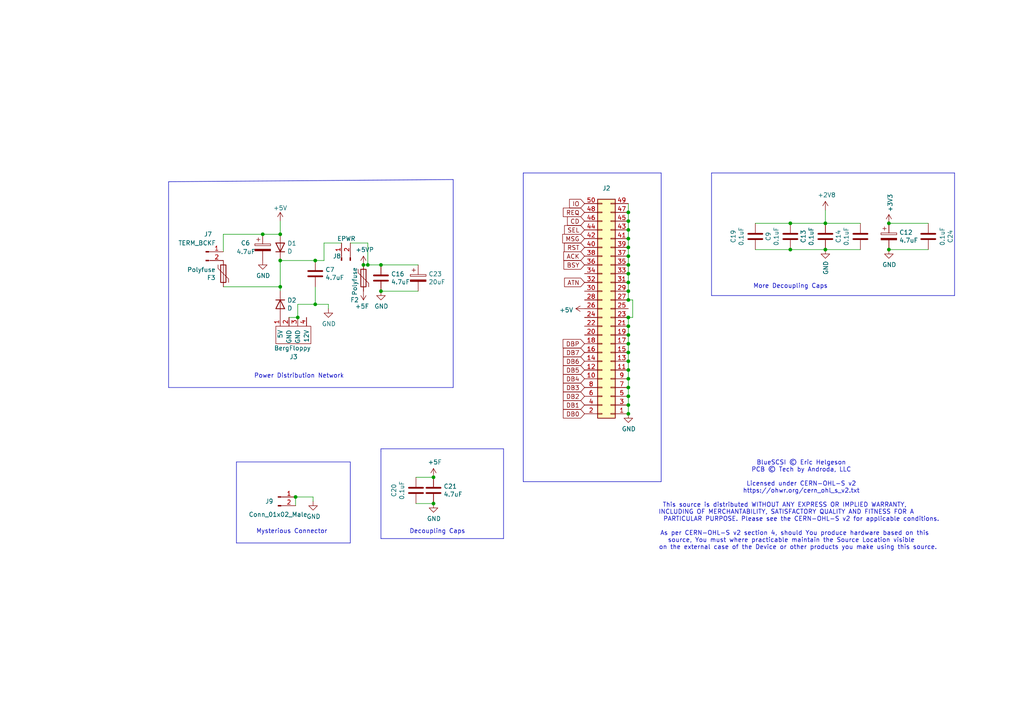
<source format=kicad_sch>
(kicad_sch (version 20231120) (generator "eeschema") (generator_version "8.0")
  (paper "A4")
  (title_block (title "BlueSCSI V2, Desktop 50 Pin, Top Connector, 2023.10a") (date "October 2023") (rev "1") (company "Tech by Androda, LLC"))
  (lib_symbols
    (symbol "Connector:Conn_01x02_Male" (pin_names (offset 1.016) hide)
      (property "Reference" "J" (at 0 2.54 0))
      (property "Value" "Conn_01x02_Male" (at 0 -5.08 0))
      (symbol "Conn_01x02_Male_1_1"
        (polyline (pts (xy 1.27 -2.54) (xy 0.8636 -2.54)) (stroke (width 0.1524)))
        (polyline (pts (xy 1.27 0) (xy 0.8636 0)) (stroke (width 0.1524)))
        (rectangle (start 0.8636 -2.413) (end 0 -2.667) (stroke (width 0.1524)) (fill (type outline)))
        (rectangle (start 0.8636 0.127) (end 0 -0.127) (stroke (width 0.1524)) (fill (type outline)))
        (pin passive line (at 5.08 0 180) (length 3.81) (name "Pin_1") (number "1"))
        (pin passive line (at 5.08 -2.54 180) (length 3.81) (name "Pin_2") (number "2"))
      )
    )
    (symbol "Connector_Generic:Conn_02x25_Odd_Even" (pin_names (offset 1.016) hide)
      (property "Reference" "J" (at 1.27 33.02 0))
      (property "Value" "Conn_02x25_Odd_Even" (at 1.27 -33.02 0))
      (symbol "Conn_02x25_Odd_Even_1_1"
        (rectangle (start -1.27 -30.353) (end 0 -30.607) (stroke (width 0.1524)))
        (rectangle (start -1.27 -27.813) (end 0 -28.067) (stroke (width 0.1524)))
        (rectangle (start -1.27 -25.273) (end 0 -25.527) (stroke (width 0.1524)))
        (rectangle (start -1.27 -22.733) (end 0 -22.987) (stroke (width 0.1524)))
        (rectangle (start -1.27 -20.193) (end 0 -20.447) (stroke (width 0.1524)))
        (rectangle (start -1.27 -17.653) (end 0 -17.907) (stroke (width 0.1524)))
        (rectangle (start -1.27 -15.113) (end 0 -15.367) (stroke (width 0.1524)))
        (rectangle (start -1.27 -12.573) (end 0 -12.827) (stroke (width 0.1524)))
        (rectangle (start -1.27 -10.033) (end 0 -10.287) (stroke (width 0.1524)))
        (rectangle (start -1.27 -7.493) (end 0 -7.747) (stroke (width 0.1524)))
        (rectangle (start -1.27 -4.953) (end 0 -5.207) (stroke (width 0.1524)))
        (rectangle (start -1.27 -2.413) (end 0 -2.667) (stroke (width 0.1524)))
        (rectangle (start -1.27 0.127) (end 0 -0.127) (stroke (width 0.1524)))
        (rectangle (start -1.27 2.667) (end 0 2.413) (stroke (width 0.1524)))
        (rectangle (start -1.27 5.207) (end 0 4.953) (stroke (width 0.1524)))
        (rectangle (start -1.27 7.747) (end 0 7.493) (stroke (width 0.1524)))
        (rectangle (start -1.27 10.287) (end 0 10.033) (stroke (width 0.1524)))
        (rectangle (start -1.27 12.827) (end 0 12.573) (stroke (width 0.1524)))
        (rectangle (start -1.27 15.367) (end 0 15.113) (stroke (width 0.1524)))
        (rectangle (start -1.27 17.907) (end 0 17.653) (stroke (width 0.1524)))
        (rectangle (start -1.27 20.447) (end 0 20.193) (stroke (width 0.1524)))
        (rectangle (start -1.27 22.987) (end 0 22.733) (stroke (width 0.1524)))
        (rectangle (start -1.27 25.527) (end 0 25.273) (stroke (width 0.1524)))
        (rectangle (start -1.27 28.067) (end 0 27.813) (stroke (width 0.1524)))
        (rectangle (start -1.27 30.607) (end 0 30.353) (stroke (width 0.1524)))
        (rectangle (start -1.27 31.75) (end 3.81 -31.75) (stroke (width 0.254)) (fill (type background)))
        (rectangle (start 3.81 -30.353) (end 2.54 -30.607) (stroke (width 0.1524)))
        (rectangle (start 3.81 -27.813) (end 2.54 -28.067) (stroke (width 0.1524)))
        (rectangle (start 3.81 -25.273) (end 2.54 -25.527) (stroke (width 0.1524)))
        (rectangle (start 3.81 -22.733) (end 2.54 -22.987) (stroke (width 0.1524)))
        (rectangle (start 3.81 -20.193) (end 2.54 -20.447) (stroke (width 0.1524)))
        (rectangle (start 3.81 -17.653) (end 2.54 -17.907) (stroke (width 0.1524)))
        (rectangle (start 3.81 -15.113) (end 2.54 -15.367) (stroke (width 0.1524)))
        (rectangle (start 3.81 -12.573) (end 2.54 -12.827) (stroke (width 0.1524)))
        (rectangle (start 3.81 -10.033) (end 2.54 -10.287) (stroke (width 0.1524)))
        (rectangle (start 3.81 -7.493) (end 2.54 -7.747) (stroke (width 0.1524)))
        (rectangle (start 3.81 -4.953) (end 2.54 -5.207) (stroke (width 0.1524)))
        (rectangle (start 3.81 -2.413) (end 2.54 -2.667) (stroke (width 0.1524)))
        (rectangle (start 3.81 0.127) (end 2.54 -0.127) (stroke (width 0.1524)))
        (rectangle (start 3.81 2.667) (end 2.54 2.413) (stroke (width 0.1524)))
        (rectangle (start 3.81 5.207) (end 2.54 4.953) (stroke (width 0.1524)))
        (rectangle (start 3.81 7.747) (end 2.54 7.493) (stroke (width 0.1524)))
        (rectangle (start 3.81 10.287) (end 2.54 10.033) (stroke (width 0.1524)))
        (rectangle (start 3.81 12.827) (end 2.54 12.573) (stroke (width 0.1524)))
        (rectangle (start 3.81 15.367) (end 2.54 15.113) (stroke (width 0.1524)))
        (rectangle (start 3.81 17.907) (end 2.54 17.653) (stroke (width 0.1524)))
        (rectangle (start 3.81 20.447) (end 2.54 20.193) (stroke (width 0.1524)))
        (rectangle (start 3.81 22.987) (end 2.54 22.733) (stroke (width 0.1524)))
        (rectangle (start 3.81 25.527) (end 2.54 25.273) (stroke (width 0.1524)))
        (rectangle (start 3.81 28.067) (end 2.54 27.813) (stroke (width 0.1524)))
        (rectangle (start 3.81 30.607) (end 2.54 30.353) (stroke (width 0.1524)))
        (pin passive line (at -5.08 30.48 0) (length 3.81) (name "Pin_1") (number "1"))
        (pin passive line (at 7.62 20.32 180) (length 3.81) (name "Pin_10") (number "10"))
        (pin passive line (at -5.08 17.78 0) (length 3.81) (name "Pin_11") (number "11"))
        (pin passive line (at 7.62 17.78 180) (length 3.81) (name "Pin_12") (number "12"))
        (pin passive line (at -5.08 15.24 0) (length 3.81) (name "Pin_13") (number "13"))
        (pin passive line (at 7.62 15.24 180) (length 3.81) (name "Pin_14") (number "14"))
        (pin passive line (at -5.08 12.7 0) (length 3.81) (name "Pin_15") (number "15"))
        (pin passive line (at 7.62 12.7 180) (length 3.81) (name "Pin_16") (number "16"))
        (pin passive line (at -5.08 10.16 0) (length 3.81) (name "Pin_17") (number "17"))
        (pin passive line (at 7.62 10.16 180) (length 3.81) (name "Pin_18") (number "18"))
        (pin passive line (at -5.08 7.62 0) (length 3.81) (name "Pin_19") (number "19"))
        (pin passive line (at 7.62 30.48 180) (length 3.81) (name "Pin_2") (number "2"))
        (pin passive line (at 7.62 7.62 180) (length 3.81) (name "Pin_20") (number "20"))
        (pin passive line (at -5.08 5.08 0) (length 3.81) (name "Pin_21") (number "21"))
        (pin passive line (at 7.62 5.08 180) (length 3.81) (name "Pin_22") (number "22"))
        (pin passive line (at -5.08 2.54 0) (length 3.81) (name "Pin_23") (number "23"))
        (pin passive line (at 7.62 2.54 180) (length 3.81) (name "Pin_24") (number "24"))
        (pin passive line (at -5.08 0 0) (length 3.81) (name "Pin_25") (number "25"))
        (pin passive line (at 7.62 0 180) (length 3.81) (name "Pin_26") (number "26"))
        (pin passive line (at -5.08 -2.54 0) (length 3.81) (name "Pin_27") (number "27"))
        (pin passive line (at 7.62 -2.54 180) (length 3.81) (name "Pin_28") (number "28"))
        (pin passive line (at -5.08 -5.08 0) (length 3.81) (name "Pin_29") (number "29"))
        (pin passive line (at -5.08 27.94 0) (length 3.81) (name "Pin_3") (number "3"))
        (pin passive line (at 7.62 -5.08 180) (length 3.81) (name "Pin_30") (number "30"))
        (pin passive line (at -5.08 -7.62 0) (length 3.81) (name "Pin_31") (number "31"))
        (pin passive line (at 7.62 -7.62 180) (length 3.81) (name "Pin_32") (number "32"))
        (pin passive line (at -5.08 -10.16 0) (length 3.81) (name "Pin_33") (number "33"))
        (pin passive line (at 7.62 -10.16 180) (length 3.81) (name "Pin_34") (number "34"))
        (pin passive line (at -5.08 -12.7 0) (length 3.81) (name "Pin_35") (number "35"))
        (pin passive line (at 7.62 -12.7 180) (length 3.81) (name "Pin_36") (number "36"))
        (pin passive line (at -5.08 -15.24 0) (length 3.81) (name "Pin_37") (number "37"))
        (pin passive line (at 7.62 -15.24 180) (length 3.81) (name "Pin_38") (number "38"))
        (pin passive line (at -5.08 -17.78 0) (length 3.81) (name "Pin_39") (number "39"))
        (pin passive line (at 7.62 27.94 180) (length 3.81) (name "Pin_4") (number "4"))
        (pin passive line (at 7.62 -17.78 180) (length 3.81) (name "Pin_40") (number "40"))
        (pin passive line (at -5.08 -20.32 0) (length 3.81) (name "Pin_41") (number "41"))
        (pin passive line (at 7.62 -20.32 180) (length 3.81) (name "Pin_42") (number "42"))
        (pin passive line (at -5.08 -22.86 0) (length 3.81) (name "Pin_43") (number "43"))
        (pin passive line (at 7.62 -22.86 180) (length 3.81) (name "Pin_44") (number "44"))
        (pin passive line (at -5.08 -25.4 0) (length 3.81) (name "Pin_45") (number "45"))
        (pin passive line (at 7.62 -25.4 180) (length 3.81) (name "Pin_46") (number "46"))
        (pin passive line (at -5.08 -27.94 0) (length 3.81) (name "Pin_47") (number "47"))
        (pin passive line (at 7.62 -27.94 180) (length 3.81) (name "Pin_48") (number "48"))
        (pin passive line (at -5.08 -30.48 0) (length 3.81) (name "Pin_49") (number "49"))
        (pin passive line (at -5.08 25.4 0) (length 3.81) (name "Pin_5") (number "5"))
        (pin passive line (at 7.62 -30.48 180) (length 3.81) (name "Pin_50") (number "50"))
        (pin passive line (at 7.62 25.4 180) (length 3.81) (name "Pin_6") (number "6"))
        (pin passive line (at -5.08 22.86 0) (length 3.81) (name "Pin_7") (number "7"))
        (pin passive line (at 7.62 22.86 180) (length 3.81) (name "Pin_8") (number "8"))
        (pin passive line (at -5.08 20.32 0) (length 3.81) (name "Pin_9") (number "9"))
      )
    )
    (symbol "Device:C" (pin_numbers hide) (pin_names (offset 0.254))
      (property "Reference" "C" (at 0.635 2.54 0))
      (property "Value" "C" (at 0.635 -2.54 0))
      (symbol "C_0_1"
        (polyline (pts (xy -2.032 -0.762) (xy 2.032 -0.762)) (stroke (width 0.508)))
        (polyline (pts (xy -2.032 0.762) (xy 2.032 0.762)) (stroke (width 0.508)))
      )
      (symbol "C_1_1"
        (pin passive line (at 0 3.81 270) (length 2.794) (name "~") (number "1"))
        (pin passive line (at 0 -3.81 90) (length 2.794) (name "~") (number "2"))
      )
    )
    (symbol "Device:CP" (pin_numbers hide) (pin_names (offset 0.254))
      (property "Reference" "C" (at 0.635 2.54 0))
      (property "Value" "Device_CP" (at 0.635 -2.54 0))
      (symbol "CP_0_1"
        (rectangle (start -2.286 0.508) (end 2.286 1.016))
        (polyline (pts (xy -1.778 2.286) (xy -0.762 2.286)))
        (polyline (pts (xy -1.27 2.794) (xy -1.27 1.778)))
        (rectangle (start 2.286 -0.508) (end -2.286 -1.016) (fill (type outline)))
      )
      (symbol "CP_1_1"
        (pin passive line (at 0 3.81 270) (length 2.794) (name "~") (number "1"))
        (pin passive line (at 0 -3.81 90) (length 2.794) (name "~") (number "2"))
      )
    )
    (symbol "Device:D" (pin_numbers hide) (pin_names (offset 1.016) hide)
      (property "Reference" "D" (at 0 2.54 0))
      (property "Value" "D" (at 0 -2.54 0))
      (symbol "D_0_1"
        (polyline (pts (xy -1.27 1.27) (xy -1.27 -1.27)) (stroke (width 0.254)))
        (polyline (pts (xy 1.27 0) (xy -1.27 0)))
        (polyline (pts (xy 1.27 1.27) (xy 1.27 -1.27) (xy -1.27 0) (xy 1.27 1.27)) (stroke (width 0.254)))
      )
      (symbol "D_1_1"
        (pin passive line (at -3.81 0 0) (length 2.54) (name "K") (number "1"))
        (pin passive line (at 3.81 0 180) (length 2.54) (name "A") (number "2"))
      )
    )
    (symbol "Device:Polyfuse" (pin_numbers hide) (pin_names (offset 0))
      (property "Reference" "F" (at -2.54 0 90))
      (property "Value" "Polyfuse" (at 2.54 0 90))
      (symbol "Polyfuse_0_1"
        (rectangle (start -0.762 2.54) (end 0.762 -2.54) (stroke (width 0.254)))
        (polyline (pts (xy 0 2.54) (xy 0 -2.54)))
        (polyline (pts (xy -1.524 2.54) (xy -1.524 1.524) (xy 1.524 -1.524) (xy 1.524 -2.54)))
      )
      (symbol "Polyfuse_1_1"
        (pin passive line (at 0 3.81 270) (length 1.27) (name "~") (number "1"))
        (pin passive line (at 0 -3.81 90) (length 1.27) (name "~") (number "2"))
      )
    )
    (symbol "custom_symbols:+5V_TPWR" (power) (pin_names (offset 0))
      (property "Value" "custom_symbols_+5V_TPWR" (at 0 3.556 0))
      (symbol "+5V_TPWR_0_1"
        (polyline (pts (xy -0.762 1.27) (xy 0 2.54)))
        (polyline (pts (xy 0 0) (xy 0 2.54)))
        (polyline (pts (xy 0 2.54) (xy 0.762 1.27)))
      )
      (symbol "+5V_TPWR_1_1"
        (pin power_in line (at 0 0 90) (length 0) hide (name "+5V") (number "1"))
      )
    )
    (symbol "custom_symbols:BergFloppy" (pin_names (offset 1.016))
      (property "Reference" "J" (at 0 -1.27 0))
      (property "Value" "custom_symbols_BergFloppy" (at 0 1.27 0))
      (symbol "BergFloppy_0_1"
        (rectangle (start -5.08 -10.16) (end 5.08 -5.08))
      )
      (symbol "BergFloppy_1_1"
        (pin power_in line (at 3.81 -12.7 90) (length 2.54) (name "5V") (number "1"))
        (pin power_in line (at 1.27 -12.7 90) (length 2.54) (name "GND") (number "2"))
        (pin power_in line (at -1.27 -12.7 90) (length 2.54) (name "GND") (number "3"))
        (pin power_in line (at -3.81 -12.7 90) (length 2.54) (name "12V") (number "4"))
      )
    )
    (symbol "power:+2V8" (power) (pin_names (offset 0))
      (property "Value" "+2V8" (at 0 3.556 0))
      (symbol "+2V8_0_1"
        (polyline (pts (xy -0.762 1.27) (xy 0 2.54)))
        (polyline (pts (xy 0 0) (xy 0 2.54)))
        (polyline (pts (xy 0 2.54) (xy 0.762 1.27)))
      )
      (symbol "+2V8_1_1"
        (pin power_in line (at 0 0 90) (length 0) hide (name "+2V8") (number "1"))
      )
    )
    (symbol "power:+3V3" (power) (pin_names (offset 0))
      (property "Value" "+3V3" (at 0 3.556 0))
      (symbol "+3V3_0_1"
        (polyline (pts (xy -0.762 1.27) (xy 0 2.54)))
        (polyline (pts (xy 0 0) (xy 0 2.54)))
        (polyline (pts (xy 0 2.54) (xy 0.762 1.27)))
      )
      (symbol "+3V3_1_1"
        (pin power_in line (at 0 0 90) (length 0) hide (name "+3V3") (number "1"))
      )
    )
    (symbol "power:+5F" (power) (pin_names (offset 0))
      (property "Value" "+5F" (at 0 3.556 0))
      (symbol "+5F_0_1"
        (polyline (pts (xy -0.762 1.27) (xy 0 2.54)))
        (polyline (pts (xy 0 0) (xy 0 2.54)))
        (polyline (pts (xy 0 2.54) (xy 0.762 1.27)))
      )
      (symbol "+5F_1_1"
        (pin power_in line (at 0 0 90) (length 0) hide (name "+5F") (number "1"))
      )
    )
    (symbol "power:+5VP" (power) (pin_names (offset 0))
      (property "Value" "+5VP" (at 0 3.556 0))
      (symbol "+5VP_0_1"
        (polyline (pts (xy -0.762 1.27) (xy 0 2.54)))
        (polyline (pts (xy 0 0) (xy 0 2.54)))
        (polyline (pts (xy 0 2.54) (xy 0.762 1.27)))
      )
      (symbol "+5VP_1_1"
        (pin power_in line (at 0 0 90) (length 0) hide (name "+5VP") (number "1"))
      )
    )
    (symbol "power:GND" (power) (pin_names (offset 0))
      (property "Value" "GND" (at 0 -3.81 0))
      (symbol "GND_0_1"
        (polyline (pts (xy 0 0) (xy 0 -1.27) (xy 1.27 -1.27) (xy 0 -2.54) (xy -1.27 -1.27) (xy 0 -1.27)))
      )
      (symbol "GND_1_1"
        (pin power_in line (at 0 0 270) (length 0) hide (name "GND") (number "1"))
      )
    )
  )
  (junction (at 81.28 83.185))
  (junction (at 182.245 66.675))
  (junction (at 182.245 69.215))
  (junction (at 182.245 71.755))
  (junction (at 182.245 117.475))
  (junction (at 182.245 94.615))
  (junction (at 110.49 76.835))
  (junction (at 239.395 72.39))
  (junction (at 76.2 67.945))
  (junction (at 86.36 92.075))
  (junction (at 182.245 109.855))
  (junction (at 106.68 76.835))
  (junction (at 105.41 76.835))
  (junction (at 125.73 146.05))
  (junction (at 182.245 76.835))
  (junction (at 182.245 112.395))
  (junction (at 182.245 79.375))
  (junction (at 182.245 107.315))
  (junction (at 239.395 64.77))
  (junction (at 182.245 86.995))
  (junction (at 182.245 102.235))
  (junction (at 182.245 120.015))
  (junction (at 110.49 84.455))
  (junction (at 182.245 97.155))
  (junction (at 182.245 99.695))
  (junction (at 182.245 114.935))
  (junction (at 182.245 61.595))
  (junction (at 229.235 72.39))
  (junction (at 81.28 67.945))
  (junction (at 91.44 75.565))
  (junction (at 125.73 138.43))
  (junction (at 182.245 81.915))
  (junction (at 182.245 74.295))
  (junction (at 257.81 72.39))
  (junction (at 182.245 92.075))
  (junction (at 182.245 64.135))
  (junction (at 182.245 84.455))
  (junction (at 85.725 144.145))
  (junction (at 229.235 64.77))
  (junction (at 91.44 88.265))
  (junction (at 81.28 75.565))
  (junction (at 182.245 104.775))
  (junction (at 257.81 64.77))
  (wire (pts (xy 239.395 72.39) (xy 249.555 72.39)))
  (wire (pts (xy 93.98 70.485) (xy 99.06 70.485)))
  (polyline (pts (xy 111.125 130.175) (xy 110.49 130.175)))
  (wire (pts (xy 183.515 86.995) (xy 182.245 86.995)))
  (wire (pts (xy 64.77 67.945) (xy 64.77 73.025)))
  (wire (pts (xy 182.245 107.315) (xy 182.245 104.775)))
  (wire (pts (xy 182.245 79.375) (xy 182.245 76.835)))
  (wire (pts (xy 219.075 72.39) (xy 229.235 72.39)))
  (wire (pts (xy 182.245 61.595) (xy 182.245 59.055)))
  (wire (pts (xy 81.28 67.945) (xy 76.2 67.945)))
  (wire (pts (xy 239.395 64.77) (xy 249.555 64.77)))
  (wire (pts (xy 182.245 109.855) (xy 182.245 107.315)))
  (polyline (pts (xy 110.49 130.175) (xy 110.49 130.81)))
  (polyline (pts (xy 191.77 50.165) (xy 151.765 50.165)))
  (wire (pts (xy 239.395 60.96) (xy 239.395 64.77)))
  (wire (pts (xy 183.515 92.075) (xy 183.515 86.995)))
  (polyline (pts (xy 111.125 130.175) (xy 146.05 130.175)))
  (wire (pts (xy 229.235 72.39) (xy 239.395 72.39)))
  (wire (pts (xy 64.77 67.945) (xy 76.2 67.945)))
  (wire (pts (xy 182.245 81.915) (xy 182.245 79.375)))
  (wire (pts (xy 110.49 76.835) (xy 121.285 76.835)))
  (wire (pts (xy 182.245 86.995) (xy 182.245 84.455)))
  (wire (pts (xy 85.725 146.685) (xy 85.725 144.145)))
  (wire (pts (xy 182.245 71.755) (xy 182.245 69.215)))
  (wire (pts (xy 95.25 88.265) (xy 95.25 89.535)))
  (wire (pts (xy 219.075 64.77) (xy 229.235 64.77)))
  (wire (pts (xy 257.81 72.39) (xy 269.24 72.39)))
  (wire (pts (xy 229.235 64.77) (xy 239.395 64.77)))
  (wire (pts (xy 81.28 67.945) (xy 81.28 64.135)))
  (polyline (pts (xy 48.895 52.705) (xy 131.445 52.07)))
  (wire (pts (xy 85.725 144.145) (xy 90.805 144.145)))
  (wire (pts (xy 182.245 112.395) (xy 182.245 109.855)))
  (wire (pts (xy 182.245 117.475) (xy 182.245 114.935)))
  (wire (pts (xy 86.36 88.265) (xy 86.36 92.075)))
  (wire (pts (xy 182.245 94.615) (xy 182.245 92.075)))
  (polyline (pts (xy 276.86 50.165) (xy 276.86 85.725)))
  (wire (pts (xy 182.245 92.075) (xy 183.515 92.075)))
  (wire (pts (xy 106.68 70.485) (xy 106.68 76.835)))
  (wire (pts (xy 81.28 83.185) (xy 81.28 84.455)))
  (polyline (pts (xy 110.49 130.81) (xy 110.49 156.21)))
  (wire (pts (xy 101.6 70.485) (xy 106.68 70.485)))
  (wire (pts (xy 182.245 99.695) (xy 182.245 97.155)))
  (polyline (pts (xy 68.58 157.48) (xy 101.6 157.48)))
  (polyline (pts (xy 276.86 85.725) (xy 206.375 85.725)))
  (polyline (pts (xy 101.6 157.48) (xy 101.6 133.985)))
  (wire (pts (xy 83.82 92.075) (xy 86.36 92.075)))
  (wire (pts (xy 64.77 83.185) (xy 81.28 83.185)))
  (wire (pts (xy 182.245 69.215) (xy 182.245 66.675)))
  (wire (pts (xy 182.245 84.455) (xy 182.245 81.915)))
  (wire (pts (xy 93.98 75.565) (xy 93.98 70.485)))
  (wire (pts (xy 182.245 66.675) (xy 182.245 64.135)))
  (wire (pts (xy 120.65 138.43) (xy 125.73 138.43)))
  (wire (pts (xy 91.44 88.265) (xy 86.36 88.265)))
  (wire (pts (xy 81.28 75.565) (xy 91.44 75.565)))
  (polyline (pts (xy 110.49 156.21) (xy 146.05 156.21)))
  (wire (pts (xy 182.245 120.015) (xy 182.245 117.475)))
  (wire (pts (xy 182.245 97.155) (xy 182.245 94.615)))
  (wire (pts (xy 91.44 83.185) (xy 91.44 88.265)))
  (wire (pts (xy 182.245 114.935) (xy 182.245 112.395)))
  (polyline (pts (xy 131.445 112.395) (xy 48.895 112.395)))
  (wire (pts (xy 120.65 146.05) (xy 125.73 146.05)))
  (wire (pts (xy 90.805 144.145) (xy 90.805 145.415)))
  (wire (pts (xy 182.245 76.835) (xy 182.245 74.295)))
  (polyline (pts (xy 206.375 50.165) (xy 206.375 85.725)))
  (polyline (pts (xy 48.895 52.705) (xy 48.895 112.395)))
  (polyline (pts (xy 151.765 139.7) (xy 191.77 139.7)))
  (polyline (pts (xy 146.05 156.21) (xy 146.05 130.175)))
  (wire (pts (xy 110.49 84.455) (xy 121.285 84.455)))
  (wire (pts (xy 182.245 104.775) (xy 182.245 102.235)))
  (wire (pts (xy 106.68 76.835) (xy 110.49 76.835)))
  (polyline (pts (xy 68.58 133.985) (xy 68.58 157.48)))
  (wire (pts (xy 182.245 102.235) (xy 182.245 99.695)))
  (polyline (pts (xy 68.58 133.985) (xy 101.6 133.985)))
  (wire (pts (xy 105.41 76.835) (xy 106.68 76.835)))
  (wire (pts (xy 182.245 64.135) (xy 182.245 61.595)))
  (polyline (pts (xy 151.765 50.165) (xy 151.765 139.7)))
  (polyline (pts (xy 131.445 52.07) (xy 131.445 112.395)))
  (wire (pts (xy 93.98 75.565) (xy 91.44 75.565)))
  (polyline (pts (xy 191.77 50.165) (xy 191.77 139.7)))
  (wire (pts (xy 257.81 64.77) (xy 269.24 64.77)))
  (wire (pts (xy 182.245 74.295) (xy 182.245 71.755)))
  (wire (pts (xy 81.28 75.565) (xy 81.28 83.185)))
  (polyline (pts (xy 206.375 50.165) (xy 276.86 50.165)))
  (wire (pts (xy 91.44 88.265) (xy 95.25 88.265)))
  (text "Decoupling Caps" (at 118.745 154.94 0) (effects (font (size 1.27 1.27)) (justify left bottom)))
  (text "Power Distribution Network" (at 73.66 109.855 0) (effects (font (size 1.27 1.27)) (justify left bottom)))
  (text "Mysterious Connector" (at 74.295 154.94 0) (effects (font (size 1.27 1.27)) (justify left bottom)))
  (text "More Decoupling Caps" (at 218.44 83.82 0) (effects (font (size 1.27 1.27)) (justify left bottom)))
  (text "BlueSCSI © Eric Helgeson\nPCB © Tech by Androda, LLC\n\nLicensed under CERN-OHL-S v2\nhttps://ohwr.org/cern_ohl_s_v2.txt\n\nThis source is distributed WITHOUT ANY EXPRESS OR IMPLIED WARRANTY,          \nINCLUDING OF MERCHANTABILITY, SATISFACTORY QUALITY AND FITNESS FOR A         \nPARTICULAR PURPOSE. Please see the CERN-OHL-S v2 for applicable conditions.\n\nAs per CERN-OHL-S v2 section 4, should You produce hardware based on this    \nsource, You must where practicable maintain the Source Location visible      \non the external case of the Device or other products you make using this source.  \n" (at 232.41 146.558 0) (effects (font (size 1.27 1.27))))
  (global_label "IO" (shape input) (at 169.545 59.055 180) (property "Intersheetrefs" "${INTERSHEET_REFS}" (effects (hide yes))))
  (global_label "CD" (shape input) (at 169.545 64.135 180) (property "Intersheetrefs" "${INTERSHEET_REFS}" (effects (hide yes))))
  (global_label "DB7" (shape input) (at 169.545 102.235 180) (property "Intersheetrefs" "${INTERSHEET_REFS}" (effects (hide yes))))
  (global_label "DB2" (shape input) (at 169.545 114.935 180) (property "Intersheetrefs" "${INTERSHEET_REFS}" (effects (hide yes))))
  (global_label "ACK" (shape input) (at 169.545 74.295 180) (property "Intersheetrefs" "${INTERSHEET_REFS}" (effects (hide yes))))
  (global_label "SEL" (shape input) (at 169.545 66.675 180) (property "Intersheetrefs" "${INTERSHEET_REFS}" (effects (hide yes))))
  (global_label "DB6" (shape input) (at 169.545 104.775 180) (property "Intersheetrefs" "${INTERSHEET_REFS}" (effects (hide yes))))
  (global_label "MSG" (shape input) (at 169.545 69.215 180) (property "Intersheetrefs" "${INTERSHEET_REFS}" (effects (hide yes))))
  (global_label "BSY" (shape input) (at 169.545 76.835 180) (property "Intersheetrefs" "${INTERSHEET_REFS}" (effects (hide yes))))
  (global_label "DB1" (shape input) (at 169.545 117.475 180) (property "Intersheetrefs" "${INTERSHEET_REFS}" (effects (hide yes))))
  (global_label "DB3" (shape input) (at 169.545 112.395 180) (property "Intersheetrefs" "${INTERSHEET_REFS}" (effects (hide yes))))
  (global_label "ATN" (shape input) (at 169.545 81.915 180) (property "Intersheetrefs" "${INTERSHEET_REFS}" (effects (hide yes))))
  (global_label "DB0" (shape input) (at 169.545 120.015 180) (property "Intersheetrefs" "${INTERSHEET_REFS}" (effects (hide yes))))
  (global_label "DB4" (shape input) (at 169.545 109.855 180) (property "Intersheetrefs" "${INTERSHEET_REFS}" (effects (hide yes))))
  (global_label "DB5" (shape input) (at 169.545 107.315 180) (property "Intersheetrefs" "${INTERSHEET_REFS}" (effects (hide yes))))
  (global_label "RST" (shape input) (at 169.545 71.755 180) (property "Intersheetrefs" "${INTERSHEET_REFS}" (effects (hide yes))))
  (global_label "REQ" (shape input) (at 169.545 61.595 180) (property "Intersheetrefs" "${INTERSHEET_REFS}" (effects (hide yes))))
  (global_label "DBP" (shape input) (at 169.545 99.695 180) (property "Intersheetrefs" "${INTERSHEET_REFS}" (effects (hide yes))))
  (symbol (lib_id "Device:Polyfuse") (at 105.41 80.645 0) (unit 1)
    (property "Reference" "F2" (at 101.6 86.995 0) (effects (justify left)))
    (property "Value" "Polyfuse" (at 102.87 85.725 90) (effects (justify left)))
    (property "Footprint" "Fuse:Fuse_0805_2012Metric_Pad1.15x1.40mm_HandSolder" (effects (hide yes)))
  )
  (symbol (lib_id "power:+5F") (at 125.73 138.43 0) (unit 1)
    (property "Reference" "#PWR070" (effects (hide yes)))
    (property "Value" "+5F" (at 126.111 134.0358 0))
  )
  (symbol (lib_id "power:+5F") (at 105.41 84.455 180) (unit 1)
    (property "Reference" "#PWR027" (effects (hide yes)))
    (property "Value" "+5F" (at 105.029 88.8492 0))
  )
  (symbol (lib_id "power:GND") (at 90.805 145.415 0) (unit 1)
    (property "Reference" "#PWR0101" (effects (hide yes)))
    (property "Value" "GND" (at 90.932 149.8092 0))
  )
  (symbol (lib_id "Device:CP") (at 76.2 71.755 0) (unit 1)
    (property "Reference" "C6" (at 69.85 70.485 0) (effects (justify left)))
    (property "Value" "4.7uF" (at 68.58 73.025 0) (effects (justify left)))
    (property "Footprint" "Capacitor_SMD:C_0805_2012Metric_Pad1.15x1.40mm_HandSolder" (effects (hide yes)))
  )
  (symbol (lib_id "power:+3V3") (at 257.81 64.77 0) (unit 1)
    (property "Reference" "#PWR048" (effects (hide yes)))
    (property "Value" "+3V3" (at 258.191 61.5188 90) (effects (justify left)))
  )
  (symbol (lib_id "Connector_Generic:Conn_02x25_Odd_Even") (at 177.165 89.535 180) (unit 1)
    (property "Reference" "J2" (at 175.895 54.61 0))
    (property "Value" "Conn_02x25_Odd_Even" (effects (hide yes)))
    (property "Footprint" "Connector_PinHeader_2.54mm:PinHeader_2x25_P2.54mm_Horizontal" (effects (hide yes)))
  )
  (symbol (lib_id "Device:C") (at 120.65 142.24 180) (unit 1)
    (property "Reference" "C20" (at 114.2492 142.24 90))
    (property "Value" "0.1uF" (at 116.5606 142.24 90))
    (property "Footprint" "Capacitor_SMD:C_0805_2012Metric_Pad1.18x1.45mm_HandSolder" (effects (hide yes)))
  )
  (symbol (lib_id "power:GND") (at 95.25 89.535 0) (unit 1)
    (property "Reference" "#PWR026" (effects (hide yes)))
    (property "Value" "GND" (at 95.377 93.9292 0))
  )
  (symbol (lib_id "Device:CP") (at 121.285 80.645 0) (unit 1)
    (property "Reference" "C23" (at 124.2822 79.4766 0) (effects (justify left)))
    (property "Value" "20uF" (at 124.2822 81.788 0) (effects (justify left)))
    (property "Footprint" "Capacitor_SMD:C_1206_3216Metric" (effects (hide yes)))
  )
  (symbol (lib_id "Device:D") (at 81.28 71.755 90) (unit 1)
    (property "Reference" "D1" (at 83.312 70.5866 90) (effects (justify right)))
    (property "Value" "D" (at 83.312 72.898 90) (effects (justify right)))
    (property "Footprint" "Diode_SMD:D_SMA" (effects (hide yes)))
  )
  (symbol (lib_id "power:GND") (at 257.81 72.39 0) (unit 1)
    (property "Reference" "#PWR050" (effects (hide yes)))
    (property "Value" "GND" (at 257.937 76.7842 0))
  )
  (symbol (lib_id "Device:C") (at 269.24 68.58 0) (unit 1)
    (property "Reference" "C24" (at 275.6408 68.58 90))
    (property "Value" "0.1uF" (at 273.3294 68.58 90))
    (property "Footprint" "Capacitor_SMD:C_0805_2012Metric_Pad1.18x1.45mm_HandSolder" (effects (hide yes)))
  )
  (symbol (lib_id "power:+5VP") (at 105.41 76.835 0) (unit 1)
    (property "Reference" "#PWR025" (effects (hide yes)))
    (property "Value" "+5VP" (at 105.791 72.4408 0))
  )
  (symbol (lib_id "Device:C") (at 249.555 68.58 180) (unit 1)
    (property "Reference" "C14" (at 243.1542 68.58 90))
    (property "Value" "0.1uF" (at 245.4656 68.58 90))
    (property "Footprint" "Capacitor_SMD:C_0805_2012Metric_Pad1.18x1.45mm_HandSolder" (effects (hide yes)))
  )
  (symbol (lib_id "custom_symbols:BergFloppy") (at 85.09 104.775 180) (unit 1)
    (property "Reference" "J3" (at 86.36 103.505 0) (effects (justify left)))
    (property "Value" "BergFloppy" (at 90.17 100.965 0) (effects (justify left)))
    (property "Footprint" "Library:BergFloppy_RightAngle" (effects (hide yes)))
  )
  (symbol (lib_id "custom_symbols:+5V_TPWR") (at 169.545 89.535 90) (mirror x) (unit 1)
    (property "Reference" "#PWR0121" (effects (hide yes)))
    (property "Value" "+5V" (at 166.2938 89.916 90) (effects (justify left)))
  )
  (symbol (lib_id "power:GND") (at 110.49 84.455 0) (unit 1)
    (property "Reference" "#PWR0102" (effects (hide yes)))
    (property "Value" "GND" (at 110.617 88.8492 0))
  )
  (symbol (lib_id "power:GND") (at 76.2 75.565 0) (unit 1)
    (property "Reference" "#PWR018" (effects (hide yes)))
    (property "Value" "GND" (at 76.327 79.9592 0))
  )
  (symbol (lib_id "Device:C") (at 229.235 68.58 180) (unit 1)
    (property "Reference" "C9" (at 222.8342 68.58 90))
    (property "Value" "0.1uF" (at 225.1456 68.58 90))
    (property "Footprint" "Capacitor_SMD:C_0805_2012Metric_Pad1.18x1.45mm_HandSolder" (effects (hide yes)))
  )
  (symbol (lib_id "power:GND") (at 239.395 72.39 0) (unit 1)
    (property "Reference" "#PWR056" (effects (hide yes)))
    (property "Value" "GND" (at 239.522 75.6412 90) (effects (justify right)))
  )
  (symbol (lib_id "Device:Polyfuse") (at 64.77 79.375 180) (unit 1)
    (property "Reference" "F3" (at 62.5348 80.5434 0) (effects (justify left)))
    (property "Value" "Polyfuse" (at 62.5348 78.232 0) (effects (justify left)))
    (property "Footprint" "Fuse:Fuse_0805_2012Metric_Pad1.15x1.40mm_HandSolder" (effects (hide yes)))
    (property "JLC Part#" "C883109" (effects (hide yes)))
  )
  (symbol (lib_id "Device:D") (at 81.28 88.265 270) (unit 1)
    (property "Reference" "D2" (at 83.312 87.0966 90) (effects (justify left)))
    (property "Value" "D" (at 83.312 89.408 90) (effects (justify left)))
    (property "Footprint" "Diode_SMD:D_SMA" (effects (hide yes)))
  )
  (symbol (lib_id "Device:C") (at 110.49 80.645 0) (unit 1)
    (property "Reference" "C16" (at 113.411 79.4766 0) (effects (justify left)))
    (property "Value" "4.7uF" (at 113.411 81.788 0) (effects (justify left)))
    (property "Footprint" "Capacitor_SMD:C_0805_2012Metric_Pad1.18x1.45mm_HandSolder" (effects (hide yes)))
  )
  (symbol (lib_id "power:GND") (at 125.73 146.05 0) (unit 1)
    (property "Reference" "#PWR071" (effects (hide yes)))
    (property "Value" "GND" (at 125.857 150.4442 0))
  )
  (symbol (lib_id "Device:C") (at 239.395 68.58 180) (unit 1)
    (property "Reference" "C13" (at 232.9942 68.58 90))
    (property "Value" "0.1uF" (at 235.3056 68.58 90))
    (property "Footprint" "Capacitor_SMD:C_0805_2012Metric_Pad1.18x1.45mm_HandSolder" (effects (hide yes)))
  )
  (symbol (lib_id "Connector:Conn_01x02_Male") (at 99.06 75.565 90) (unit 1)
    (property "Reference" "J8" (at 96.52 74.295 90) (effects (justify right)))
    (property "Value" "EPWR" (at 97.79 69.215 90) (effects (justify right)))
    (property "Footprint" "Connector_PinHeader_2.54mm:PinHeader_1x02_P2.54mm_Vertical" (effects (hide yes)))
  )
  (symbol (lib_id "custom_symbols:+5V_TPWR") (at 81.28 64.135 0) (unit 1)
    (property "Reference" "#PWR019" (effects (hide yes)))
    (property "Value" "+5V" (at 81.28 60.325 0))
  )
  (symbol (lib_id "power:+2V8") (at 239.395 60.96 0) (unit 1)
    (property "Reference" "#PWR055" (effects (hide yes)))
    (property "Value" "+2V8" (at 239.776 56.5658 0))
  )
  (symbol (lib_id "power:GND") (at 182.245 120.015 0) (unit 1)
    (property "Reference" "#PWR0120" (effects (hide yes)))
    (property "Value" "GND" (at 182.372 124.4092 0))
  )
  (symbol (lib_id "Connector:Conn_01x02_Male") (at 80.645 144.145 0) (unit 1)
    (property "Reference" "J9" (at 78.105 145.415 0))
    (property "Value" "Conn_01x02_Male" (at 80.645 149.225 0))
    (property "Footprint" "Connector_PinHeader_2.54mm:PinHeader_1x02_P2.54mm_Vertical" (effects (hide yes)))
  )
  (symbol (lib_id "Device:C") (at 125.73 142.24 0) (unit 1)
    (property "Reference" "C21" (at 128.651 141.0716 0) (effects (justify left)))
    (property "Value" "4.7uF" (at 128.651 143.383 0) (effects (justify left)))
    (property "Footprint" "Capacitor_SMD:C_0805_2012Metric_Pad1.18x1.45mm_HandSolder" (effects (hide yes)))
  )
  (symbol (lib_id "Device:C") (at 91.44 79.375 0) (unit 1)
    (property "Reference" "C7" (at 94.361 78.2066 0) (effects (justify left)))
    (property "Value" "4.7uF" (at 94.361 80.518 0) (effects (justify left)))
    (property "Footprint" "Capacitor_SMD:C_0805_2012Metric_Pad1.15x1.40mm_HandSolder" (effects (hide yes)))
  )
  (symbol (lib_id "Device:C") (at 219.075 68.58 180) (unit 1)
    (property "Reference" "C19" (at 212.6742 68.58 90))
    (property "Value" "0.1uF" (at 214.9856 68.58 90))
    (property "Footprint" "Capacitor_SMD:C_0805_2012Metric_Pad1.18x1.45mm_HandSolder" (effects (hide yes)))
  )
  (symbol (lib_id "Connector:Conn_01x02_Male") (at 59.69 73.025 0) (unit 1)
    (property "Reference" "J7" (at 60.325 67.945 0))
    (property "Value" "TERM_BCKF" (at 57.15 70.485 0))
    (property "Footprint" "Connector_PinHeader_2.54mm:PinHeader_1x02_P2.54mm_Vertical" (effects (hide yes)))
  )
  (symbol (lib_id "Device:CP") (at 257.81 68.58 0) (unit 1)
    (property "Reference" "C12" (at 260.8072 67.4116 0) (effects (justify left)))
    (property "Value" "4.7uF" (at 260.8072 69.723 0) (effects (justify left)))
    (property "Footprint" "Capacitor_SMD:C_0805_2012Metric_Pad1.15x1.40mm_HandSolder" (effects (hide yes)))
  )
)
</source>
